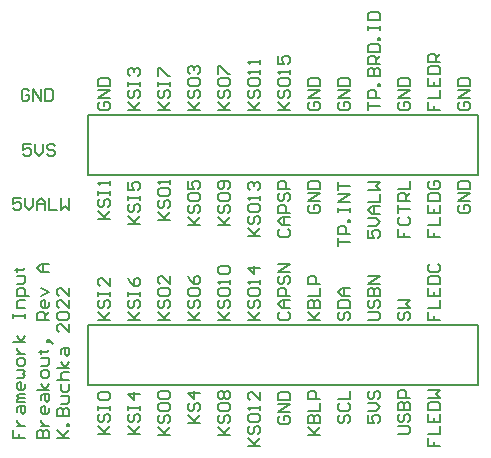
<source format=gto>
G04*
G04 #@! TF.GenerationSoftware,Altium Limited,Altium Designer,18.0.12 (696)*
G04*
G04 Layer_Color=65535*
%FSLAX25Y25*%
%MOIN*%
G70*
G01*
G75*
%ADD10C,0.00787*%
%ADD11C,0.00800*%
D10*
X305000Y275000D02*
Y295000D01*
X175000Y275000D02*
Y295000D01*
X305000D01*
X175000Y275000D02*
X305000D01*
Y205000D02*
Y225000D01*
X175000Y205000D02*
Y225000D01*
X305000D01*
X175000Y205000D02*
X305000D01*
D11*
X228201Y184800D02*
X232200D01*
X230867D01*
X228201Y187466D01*
X230201Y185467D01*
X232200Y187466D01*
X228868Y191464D02*
X228201Y190798D01*
Y189465D01*
X228868Y188799D01*
X229534D01*
X230201Y189465D01*
Y190798D01*
X230867Y191464D01*
X231534D01*
X232200Y190798D01*
Y189465D01*
X231534Y188799D01*
X228201Y194797D02*
Y193464D01*
X228868Y192797D01*
X231534D01*
X232200Y193464D01*
Y194797D01*
X231534Y195463D01*
X228868D01*
X228201Y194797D01*
X232200Y196796D02*
Y198129D01*
Y197463D01*
X228201D01*
X228868Y196796D01*
X232200Y202794D02*
Y200128D01*
X229534Y202794D01*
X228868D01*
X228201Y202128D01*
Y200795D01*
X228868Y200128D01*
X218201Y188300D02*
X222200D01*
X220867D01*
X218201Y190966D01*
X220201Y188967D01*
X222200Y190966D01*
X218868Y194965D02*
X218201Y194298D01*
Y192965D01*
X218868Y192299D01*
X219534D01*
X220201Y192965D01*
Y194298D01*
X220867Y194965D01*
X221534D01*
X222200Y194298D01*
Y192965D01*
X221534Y192299D01*
X218201Y198297D02*
Y196964D01*
X218868Y196297D01*
X221534D01*
X222200Y196964D01*
Y198297D01*
X221534Y198963D01*
X218868D01*
X218201Y198297D01*
X218868Y200296D02*
X218201Y200963D01*
Y202295D01*
X218868Y202962D01*
X219534D01*
X220201Y202295D01*
X220867Y202962D01*
X221534D01*
X222200Y202295D01*
Y200963D01*
X221534Y200296D01*
X220867D01*
X220201Y200963D01*
X219534Y200296D01*
X218868D01*
X220201Y200963D02*
Y202295D01*
X218201Y258300D02*
X222200D01*
X220867D01*
X218201Y260966D01*
X220201Y258966D01*
X222200Y260966D01*
X218868Y264965D02*
X218201Y264298D01*
Y262965D01*
X218868Y262299D01*
X219534D01*
X220201Y262965D01*
Y264298D01*
X220867Y264965D01*
X221534D01*
X222200Y264298D01*
Y262965D01*
X221534Y262299D01*
X218201Y268297D02*
Y266964D01*
X218868Y266297D01*
X221534D01*
X222200Y266964D01*
Y268297D01*
X221534Y268963D01*
X218868D01*
X218201Y268297D01*
X221534Y270296D02*
X222200Y270963D01*
Y272295D01*
X221534Y272962D01*
X218868D01*
X218201Y272295D01*
Y270963D01*
X218868Y270296D01*
X219534D01*
X220201Y270963D01*
Y272962D01*
X288201Y256966D02*
Y254300D01*
X290201D01*
Y255633D01*
Y254300D01*
X292200D01*
X288201Y258299D02*
X292200D01*
Y260964D01*
X288201Y264963D02*
Y262297D01*
X292200D01*
Y264963D01*
X290201Y262297D02*
Y263630D01*
X288201Y266296D02*
X292200D01*
Y268296D01*
X291534Y268962D01*
X288868D01*
X288201Y268296D01*
Y266296D01*
X288868Y272961D02*
X288201Y272294D01*
Y270961D01*
X288868Y270295D01*
X291534D01*
X292200Y270961D01*
Y272294D01*
X291534Y272961D01*
X290201D01*
Y271628D01*
X208201Y192299D02*
X212200D01*
X210867D01*
X208201Y194965D01*
X210201Y192965D01*
X212200Y194965D01*
X208868Y198963D02*
X208201Y198297D01*
Y196964D01*
X208868Y196297D01*
X209534D01*
X210201Y196964D01*
Y198297D01*
X210867Y198963D01*
X211534D01*
X212200Y198297D01*
Y196964D01*
X211534Y196297D01*
X212200Y202295D02*
X208201D01*
X210201Y200296D01*
Y202962D01*
X228201Y254800D02*
X232200D01*
X230867D01*
X228201Y257466D01*
X230201Y255466D01*
X232200Y257466D01*
X228868Y261465D02*
X228201Y260798D01*
Y259465D01*
X228868Y258799D01*
X229534D01*
X230201Y259465D01*
Y260798D01*
X230867Y261465D01*
X231534D01*
X232200Y260798D01*
Y259465D01*
X231534Y258799D01*
X228201Y264797D02*
Y263464D01*
X228868Y262797D01*
X231534D01*
X232200Y263464D01*
Y264797D01*
X231534Y265463D01*
X228868D01*
X228201Y264797D01*
X232200Y266796D02*
Y268129D01*
Y267463D01*
X228201D01*
X228868Y266796D01*
Y270128D02*
X228201Y270795D01*
Y272128D01*
X228868Y272794D01*
X229534D01*
X230201Y272128D01*
Y271461D01*
Y272128D01*
X230867Y272794D01*
X231534D01*
X232200Y272128D01*
Y270795D01*
X231534Y270128D01*
X248201Y226800D02*
X252200D01*
X250867D01*
X248201Y229466D01*
X250201Y227466D01*
X252200Y229466D01*
X248201Y230799D02*
X252200D01*
Y232798D01*
X251534Y233465D01*
X250867D01*
X250201Y232798D01*
Y230799D01*
Y232798D01*
X249534Y233465D01*
X248868D01*
X248201Y232798D01*
Y230799D01*
Y234797D02*
X252200D01*
Y237463D01*
Y238796D02*
X248201D01*
Y240795D01*
X248868Y241462D01*
X250201D01*
X250867Y240795D01*
Y238796D01*
X298868Y264966D02*
X298201Y264299D01*
Y262966D01*
X298868Y262300D01*
X301534D01*
X302200Y262966D01*
Y264299D01*
X301534Y264966D01*
X300201D01*
Y263633D01*
X302200Y266299D02*
X298201D01*
X302200Y268965D01*
X298201D01*
Y270297D02*
X302200D01*
Y272297D01*
X301534Y272963D01*
X298868D01*
X298201Y272297D01*
Y270297D01*
X268201Y256796D02*
Y254130D01*
X270201D01*
X269534Y255463D01*
Y256129D01*
X270201Y256796D01*
X271534D01*
X272200Y256129D01*
Y254796D01*
X271534Y254130D01*
X268201Y258128D02*
X270867D01*
X272200Y259461D01*
X270867Y260794D01*
X268201D01*
X272200Y262127D02*
X269534D01*
X268201Y263460D01*
X269534Y264793D01*
X272200D01*
X270201D01*
Y262127D01*
X268201Y266126D02*
X272200D01*
Y268792D01*
X268201Y270125D02*
X272200D01*
X270867Y271457D01*
X272200Y272790D01*
X268201D01*
X278201Y188800D02*
X281534D01*
X282200Y189467D01*
Y190799D01*
X281534Y191466D01*
X278201D01*
X278868Y195465D02*
X278201Y194798D01*
Y193465D01*
X278868Y192799D01*
X279534D01*
X280201Y193465D01*
Y194798D01*
X280867Y195465D01*
X281534D01*
X282200Y194798D01*
Y193465D01*
X281534Y192799D01*
X278201Y196797D02*
X282200D01*
Y198797D01*
X281534Y199463D01*
X280867D01*
X280201Y198797D01*
Y196797D01*
Y198797D01*
X279534Y199463D01*
X278868D01*
X278201Y198797D01*
Y196797D01*
X282200Y200796D02*
X278201D01*
Y202796D01*
X278868Y203462D01*
X280201D01*
X280867Y202796D01*
Y200796D01*
X198201Y259966D02*
X202200D01*
X200867D01*
X198201Y262632D01*
X200201Y260633D01*
X202200Y262632D01*
X198868Y266631D02*
X198201Y265965D01*
Y264632D01*
X198868Y263965D01*
X199534D01*
X200201Y264632D01*
Y265965D01*
X200867Y266631D01*
X201534D01*
X202200Y265965D01*
Y264632D01*
X201534Y263965D01*
X198201Y269963D02*
Y268630D01*
X198868Y267964D01*
X201534D01*
X202200Y268630D01*
Y269963D01*
X201534Y270630D01*
X198868D01*
X198201Y269963D01*
X202200Y271963D02*
Y273295D01*
Y272629D01*
X198201D01*
X198868Y271963D01*
X268201Y194966D02*
Y192300D01*
X270201D01*
X269534Y193633D01*
Y194299D01*
X270201Y194966D01*
X271534D01*
X272200Y194299D01*
Y192966D01*
X271534Y192300D01*
X268201Y196299D02*
X270867D01*
X272200Y197632D01*
X270867Y198965D01*
X268201D01*
X268868Y202963D02*
X268201Y202297D01*
Y200964D01*
X268868Y200297D01*
X269534D01*
X270201Y200964D01*
Y202297D01*
X270867Y202963D01*
X271534D01*
X272200Y202297D01*
Y200964D01*
X271534Y200297D01*
X238201Y296800D02*
X242200D01*
X240867D01*
X238201Y299466D01*
X240201Y297466D01*
X242200Y299466D01*
X238868Y303465D02*
X238201Y302798D01*
Y301465D01*
X238868Y300799D01*
X239534D01*
X240201Y301465D01*
Y302798D01*
X240867Y303465D01*
X241534D01*
X242200Y302798D01*
Y301465D01*
X241534Y300799D01*
X238201Y306797D02*
Y305464D01*
X238868Y304797D01*
X241534D01*
X242200Y305464D01*
Y306797D01*
X241534Y307463D01*
X238868D01*
X238201Y306797D01*
X242200Y308796D02*
Y310129D01*
Y309463D01*
X238201D01*
X238868Y308796D01*
X238201Y314794D02*
Y312128D01*
X240201D01*
X239534Y313461D01*
Y314128D01*
X240201Y314794D01*
X241534D01*
X242200Y314128D01*
Y312795D01*
X241534Y312128D01*
X268201Y226800D02*
X271534D01*
X272200Y227466D01*
Y228799D01*
X271534Y229466D01*
X268201D01*
X268868Y233465D02*
X268201Y232798D01*
Y231465D01*
X268868Y230799D01*
X269534D01*
X270201Y231465D01*
Y232798D01*
X270867Y233465D01*
X271534D01*
X272200Y232798D01*
Y231465D01*
X271534Y230799D01*
X268201Y234797D02*
X272200D01*
Y236797D01*
X271534Y237463D01*
X270867D01*
X270201Y236797D01*
Y234797D01*
Y236797D01*
X269534Y237463D01*
X268868D01*
X268201Y236797D01*
Y234797D01*
X272200Y238796D02*
X268201D01*
X272200Y241462D01*
X268201D01*
X188201Y296800D02*
X192200D01*
X190867D01*
X188201Y299466D01*
X190201Y297466D01*
X192200Y299466D01*
X188868Y303465D02*
X188201Y302798D01*
Y301465D01*
X188868Y300799D01*
X189534D01*
X190201Y301465D01*
Y302798D01*
X190867Y303465D01*
X191534D01*
X192200Y302798D01*
Y301465D01*
X191534Y300799D01*
X188201Y304797D02*
Y306130D01*
Y305464D01*
X192200D01*
Y304797D01*
Y306130D01*
X188868Y308130D02*
X188201Y308796D01*
Y310129D01*
X188868Y310795D01*
X189534D01*
X190201Y310129D01*
Y309463D01*
Y310129D01*
X190867Y310795D01*
X191534D01*
X192200Y310129D01*
Y308796D01*
X191534Y308130D01*
X228201Y296800D02*
X232200D01*
X230867D01*
X228201Y299466D01*
X230201Y297466D01*
X232200Y299466D01*
X228868Y303465D02*
X228201Y302798D01*
Y301465D01*
X228868Y300799D01*
X229534D01*
X230201Y301465D01*
Y302798D01*
X230867Y303465D01*
X231534D01*
X232200Y302798D01*
Y301465D01*
X231534Y300799D01*
X228201Y306797D02*
Y305464D01*
X228868Y304797D01*
X231534D01*
X232200Y305464D01*
Y306797D01*
X231534Y307463D01*
X228868D01*
X228201Y306797D01*
X232200Y308796D02*
Y310129D01*
Y309463D01*
X228201D01*
X228868Y308796D01*
X232200Y312128D02*
Y313461D01*
Y312795D01*
X228201D01*
X228868Y312128D01*
X238868Y256966D02*
X238201Y256299D01*
Y254966D01*
X238868Y254300D01*
X241534D01*
X242200Y254966D01*
Y256299D01*
X241534Y256966D01*
X242200Y258299D02*
X239534D01*
X238201Y259632D01*
X239534Y260964D01*
X242200D01*
X240201D01*
Y258299D01*
X242200Y262297D02*
X238201D01*
Y264297D01*
X238868Y264963D01*
X240201D01*
X240867Y264297D01*
Y262297D01*
X238868Y268962D02*
X238201Y268296D01*
Y266963D01*
X238868Y266296D01*
X239534D01*
X240201Y266963D01*
Y268296D01*
X240867Y268962D01*
X241534D01*
X242200Y268296D01*
Y266963D01*
X241534Y266296D01*
X242200Y270295D02*
X238201D01*
Y272294D01*
X238868Y272961D01*
X240201D01*
X240867Y272294D01*
Y270295D01*
X288201Y299466D02*
Y296800D01*
X290201D01*
Y298133D01*
Y296800D01*
X292200D01*
X288201Y300799D02*
X292200D01*
Y303465D01*
X288201Y307463D02*
Y304797D01*
X292200D01*
Y307463D01*
X290201Y304797D02*
Y306130D01*
X288201Y308796D02*
X292200D01*
Y310795D01*
X291534Y311462D01*
X288868D01*
X288201Y310795D01*
Y308796D01*
X292200Y312795D02*
X288201D01*
Y314794D01*
X288868Y315461D01*
X290201D01*
X290867Y314794D01*
Y312795D01*
Y314128D02*
X292200Y315461D01*
X298868Y299466D02*
X298201Y298799D01*
Y297466D01*
X298868Y296800D01*
X301534D01*
X302200Y297466D01*
Y298799D01*
X301534Y299466D01*
X300201D01*
Y298133D01*
X302200Y300799D02*
X298201D01*
X302200Y303465D01*
X298201D01*
Y304797D02*
X302200D01*
Y306797D01*
X301534Y307463D01*
X298868D01*
X298201Y306797D01*
Y304797D01*
X278201Y256964D02*
Y254299D01*
X280201D01*
Y255632D01*
Y254299D01*
X282200D01*
X278868Y260963D02*
X278201Y260297D01*
Y258964D01*
X278868Y258297D01*
X281534D01*
X282200Y258964D01*
Y260297D01*
X281534Y260963D01*
X278201Y262296D02*
Y264962D01*
Y263629D01*
X282200D01*
Y266295D02*
X278201D01*
Y268294D01*
X278868Y268961D01*
X280201D01*
X280867Y268294D01*
Y266295D01*
Y267628D02*
X282200Y268961D01*
X278201Y270294D02*
X282200D01*
Y272959D01*
X288201Y229466D02*
Y226800D01*
X290201D01*
Y228133D01*
Y226800D01*
X292200D01*
X288201Y230799D02*
X292200D01*
Y233465D01*
X288201Y237463D02*
Y234797D01*
X292200D01*
Y237463D01*
X290201Y234797D02*
Y236130D01*
X288201Y238796D02*
X292200D01*
Y240795D01*
X291534Y241462D01*
X288868D01*
X288201Y240795D01*
Y238796D01*
X288868Y245461D02*
X288201Y244794D01*
Y243461D01*
X288868Y242795D01*
X291534D01*
X292200Y243461D01*
Y244794D01*
X291534Y245461D01*
X149932Y189966D02*
Y187300D01*
X151931D01*
Y188633D01*
Y187300D01*
X153930D01*
X151264Y191299D02*
X153930D01*
X152597D01*
X151931Y191965D01*
X151264Y192632D01*
Y193298D01*
Y195964D02*
Y197297D01*
X151931Y197963D01*
X153930D01*
Y195964D01*
X153264Y195297D01*
X152597Y195964D01*
Y197963D01*
X153930Y199296D02*
X151264D01*
Y199963D01*
X151931Y200629D01*
X153930D01*
X151931D01*
X151264Y201295D01*
X151931Y201962D01*
X153930D01*
Y205294D02*
Y203961D01*
X153264Y203295D01*
X151931D01*
X151264Y203961D01*
Y205294D01*
X151931Y205961D01*
X152597D01*
Y203295D01*
X151264Y207294D02*
X153264D01*
X153930Y207960D01*
X153264Y208627D01*
X153930Y209293D01*
X153264Y209959D01*
X151264D01*
X153930Y211959D02*
Y213292D01*
X153264Y213958D01*
X151931D01*
X151264Y213292D01*
Y211959D01*
X151931Y211292D01*
X153264D01*
X153930Y211959D01*
X151264Y215291D02*
X153930D01*
X152597D01*
X151931Y215957D01*
X151264Y216624D01*
Y217290D01*
X153930Y219290D02*
X149932D01*
X152597D02*
X151264Y221289D01*
X152597Y219290D02*
X153930Y221289D01*
X149932Y227287D02*
Y228620D01*
Y227954D01*
X153930D01*
Y227287D01*
Y228620D01*
Y230619D02*
X151264D01*
Y232619D01*
X151931Y233285D01*
X153930D01*
X155263Y234618D02*
X151264D01*
Y236617D01*
X151931Y237284D01*
X153264D01*
X153930Y236617D01*
Y234618D01*
X151264Y238617D02*
X153264D01*
X153930Y239283D01*
Y241283D01*
X151264D01*
X150598Y243282D02*
X151264D01*
Y242616D01*
Y243948D01*
Y243282D01*
X153264D01*
X153930Y243948D01*
X157983Y187300D02*
X161981D01*
Y189299D01*
X161315Y189966D01*
X160649D01*
X159982Y189299D01*
Y187300D01*
Y189299D01*
X159316Y189966D01*
X158649D01*
X157983Y189299D01*
Y187300D01*
X159316Y191299D02*
X161981D01*
X160649D01*
X159982Y191965D01*
X159316Y192632D01*
Y193298D01*
X161981Y197297D02*
Y195964D01*
X161315Y195297D01*
X159982D01*
X159316Y195964D01*
Y197297D01*
X159982Y197963D01*
X160649D01*
Y195297D01*
X159316Y199963D02*
Y201295D01*
X159982Y201962D01*
X161981D01*
Y199963D01*
X161315Y199296D01*
X160649Y199963D01*
Y201962D01*
X161981Y203295D02*
X157983D01*
X160649D02*
X159316Y205294D01*
X160649Y203295D02*
X161981Y205294D01*
Y207960D02*
Y209293D01*
X161315Y209959D01*
X159982D01*
X159316Y209293D01*
Y207960D01*
X159982Y207294D01*
X161315D01*
X161981Y207960D01*
X159316Y211292D02*
X161315D01*
X161981Y211959D01*
Y213958D01*
X159316D01*
X158649Y215957D02*
X159316D01*
Y215291D01*
Y216624D01*
Y215957D01*
X161315D01*
X161981Y216624D01*
X162648Y219290D02*
X161981Y219956D01*
X161315D01*
Y219290D01*
X161981D01*
Y219956D01*
X162648Y219290D01*
X163314Y218623D01*
X161981Y226621D02*
X157983D01*
Y228620D01*
X158649Y229287D01*
X159982D01*
X160649Y228620D01*
Y226621D01*
Y227954D02*
X161981Y229287D01*
Y232619D02*
Y231286D01*
X161315Y230619D01*
X159982D01*
X159316Y231286D01*
Y232619D01*
X159982Y233285D01*
X160649D01*
Y230619D01*
X159316Y234618D02*
X161981Y235951D01*
X159316Y237284D01*
X161981Y242616D02*
X159316D01*
X157983Y243948D01*
X159316Y245281D01*
X161981D01*
X159982D01*
Y242616D01*
X164701Y187300D02*
X168700D01*
X167367D01*
X164701Y189966D01*
X166701Y187967D01*
X168700Y189966D01*
Y191299D02*
X168034D01*
Y191965D01*
X168700D01*
Y191299D01*
X164701Y194631D02*
X168700D01*
Y196630D01*
X168034Y197297D01*
X167367D01*
X166701Y196630D01*
Y194631D01*
Y196630D01*
X166034Y197297D01*
X165368D01*
X164701Y196630D01*
Y194631D01*
X166034Y198630D02*
X168034D01*
X168700Y199296D01*
Y201295D01*
X166034D01*
Y205294D02*
Y203295D01*
X166701Y202628D01*
X168034D01*
X168700Y203295D01*
Y205294D01*
X164701Y206627D02*
X168700D01*
X166701D01*
X166034Y207294D01*
Y208627D01*
X166701Y209293D01*
X168700D01*
Y210626D02*
X164701D01*
X167367D02*
X166034Y212625D01*
X167367Y210626D02*
X168700Y212625D01*
X166034Y215291D02*
Y216624D01*
X166701Y217290D01*
X168700D01*
Y215291D01*
X168034Y214625D01*
X167367Y215291D01*
Y217290D01*
X168700Y225288D02*
Y222622D01*
X166034Y225288D01*
X165368D01*
X164701Y224621D01*
Y223288D01*
X165368Y222622D01*
Y226621D02*
X164701Y227287D01*
Y228620D01*
X165368Y229287D01*
X168034D01*
X168700Y228620D01*
Y227287D01*
X168034Y226621D01*
X165368D01*
X168700Y233285D02*
Y230619D01*
X166034Y233285D01*
X165368D01*
X164701Y232619D01*
Y231286D01*
X165368Y230619D01*
X168700Y237284D02*
Y234618D01*
X166034Y237284D01*
X165368D01*
X164701Y236617D01*
Y235284D01*
X165368Y234618D01*
X258868Y229466D02*
X258201Y228799D01*
Y227466D01*
X258868Y226800D01*
X259534D01*
X260201Y227466D01*
Y228799D01*
X260867Y229466D01*
X261534D01*
X262200Y228799D01*
Y227466D01*
X261534Y226800D01*
X258201Y230799D02*
X262200D01*
Y232798D01*
X261534Y233465D01*
X258868D01*
X258201Y232798D01*
Y230799D01*
X262200Y234797D02*
X259534D01*
X258201Y236130D01*
X259534Y237463D01*
X262200D01*
X260201D01*
Y234797D01*
X278868Y229466D02*
X278201Y228799D01*
Y227466D01*
X278868Y226800D01*
X279534D01*
X280201Y227466D01*
Y228799D01*
X280867Y229466D01*
X281534D01*
X282200Y228799D01*
Y227466D01*
X281534Y226800D01*
X278201Y230799D02*
X282200D01*
X280867Y232132D01*
X282200Y233465D01*
X278201D01*
X258868Y194966D02*
X258201Y194299D01*
Y192966D01*
X258868Y192300D01*
X259534D01*
X260201Y192966D01*
Y194299D01*
X260867Y194966D01*
X261534D01*
X262200Y194299D01*
Y192966D01*
X261534Y192300D01*
X258868Y198965D02*
X258201Y198298D01*
Y196965D01*
X258868Y196299D01*
X261534D01*
X262200Y196965D01*
Y198298D01*
X261534Y198965D01*
X258201Y200297D02*
X262200D01*
Y202963D01*
X208201Y296800D02*
X212200D01*
X210867D01*
X208201Y299466D01*
X210201Y297466D01*
X212200Y299466D01*
X208868Y303465D02*
X208201Y302798D01*
Y301465D01*
X208868Y300799D01*
X209534D01*
X210201Y301465D01*
Y302798D01*
X210867Y303465D01*
X211534D01*
X212200Y302798D01*
Y301465D01*
X211534Y300799D01*
X208201Y306797D02*
Y305464D01*
X208868Y304797D01*
X211534D01*
X212200Y305464D01*
Y306797D01*
X211534Y307463D01*
X208868D01*
X208201Y306797D01*
X208868Y308796D02*
X208201Y309463D01*
Y310795D01*
X208868Y311462D01*
X209534D01*
X210201Y310795D01*
Y310129D01*
Y310795D01*
X210867Y311462D01*
X211534D01*
X212200Y310795D01*
Y309463D01*
X211534Y308796D01*
X228201Y226800D02*
X232200D01*
X230867D01*
X228201Y229466D01*
X230201Y227466D01*
X232200Y229466D01*
X228868Y233465D02*
X228201Y232798D01*
Y231465D01*
X228868Y230799D01*
X229534D01*
X230201Y231465D01*
Y232798D01*
X230867Y233465D01*
X231534D01*
X232200Y232798D01*
Y231465D01*
X231534Y230799D01*
X228201Y236797D02*
Y235464D01*
X228868Y234797D01*
X231534D01*
X232200Y235464D01*
Y236797D01*
X231534Y237463D01*
X228868D01*
X228201Y236797D01*
X232200Y238796D02*
Y240129D01*
Y239463D01*
X228201D01*
X228868Y238796D01*
X232200Y244128D02*
X228201D01*
X230201Y242128D01*
Y244794D01*
X288201Y187466D02*
Y184800D01*
X290201D01*
Y186133D01*
Y184800D01*
X292200D01*
X288201Y188799D02*
X292200D01*
Y191464D01*
X288201Y195463D02*
Y192797D01*
X292200D01*
Y195463D01*
X290201Y192797D02*
Y194130D01*
X288201Y196796D02*
X292200D01*
Y198795D01*
X291534Y199462D01*
X288868D01*
X288201Y198795D01*
Y196796D01*
Y200795D02*
X292200D01*
X290867Y202128D01*
X292200Y203461D01*
X288201D01*
X208201Y226800D02*
X212200D01*
X210867D01*
X208201Y229466D01*
X210201Y227466D01*
X212200Y229466D01*
X208868Y233465D02*
X208201Y232798D01*
Y231465D01*
X208868Y230799D01*
X209534D01*
X210201Y231465D01*
Y232798D01*
X210867Y233465D01*
X211534D01*
X212200Y232798D01*
Y231465D01*
X211534Y230799D01*
X208201Y236797D02*
Y235464D01*
X208868Y234797D01*
X211534D01*
X212200Y235464D01*
Y236797D01*
X211534Y237463D01*
X208868D01*
X208201Y236797D01*
Y241462D02*
X208868Y240129D01*
X210201Y238796D01*
X211534D01*
X212200Y239463D01*
Y240795D01*
X211534Y241462D01*
X210867D01*
X210201Y240795D01*
Y238796D01*
X198201Y296800D02*
X202200D01*
X200867D01*
X198201Y299466D01*
X200201Y297466D01*
X202200Y299466D01*
X198868Y303465D02*
X198201Y302798D01*
Y301465D01*
X198868Y300799D01*
X199534D01*
X200201Y301465D01*
Y302798D01*
X200867Y303465D01*
X201534D01*
X202200Y302798D01*
Y301465D01*
X201534Y300799D01*
X198201Y304797D02*
Y306130D01*
Y305464D01*
X202200D01*
Y304797D01*
Y306130D01*
X198201Y308130D02*
Y310795D01*
X198868D01*
X201534Y308130D01*
X202200D01*
X218201Y226800D02*
X222200D01*
X220867D01*
X218201Y229466D01*
X220201Y227466D01*
X222200Y229466D01*
X218868Y233465D02*
X218201Y232798D01*
Y231465D01*
X218868Y230799D01*
X219534D01*
X220201Y231465D01*
Y232798D01*
X220867Y233465D01*
X221534D01*
X222200Y232798D01*
Y231465D01*
X221534Y230799D01*
X218201Y236797D02*
Y235464D01*
X218868Y234797D01*
X221534D01*
X222200Y235464D01*
Y236797D01*
X221534Y237463D01*
X218868D01*
X218201Y236797D01*
X222200Y238796D02*
Y240129D01*
Y239463D01*
X218201D01*
X218868Y238796D01*
Y242128D02*
X218201Y242795D01*
Y244128D01*
X218868Y244794D01*
X221534D01*
X222200Y244128D01*
Y242795D01*
X221534Y242128D01*
X218868D01*
X248201Y188299D02*
X252200D01*
X250867D01*
X248201Y190964D01*
X250201Y188965D01*
X252200Y190964D01*
X248201Y192297D02*
X252200D01*
Y194297D01*
X251534Y194963D01*
X250867D01*
X250201Y194297D01*
Y192297D01*
Y194297D01*
X249534Y194963D01*
X248868D01*
X248201Y194297D01*
Y192297D01*
Y196296D02*
X252200D01*
Y198962D01*
Y200295D02*
X248201D01*
Y202294D01*
X248868Y202961D01*
X250201D01*
X250867Y202294D01*
Y200295D01*
X248868Y299466D02*
X248201Y298799D01*
Y297466D01*
X248868Y296800D01*
X251534D01*
X252200Y297466D01*
Y298799D01*
X251534Y299466D01*
X250201D01*
Y298133D01*
X252200Y300799D02*
X248201D01*
X252200Y303465D01*
X248201D01*
Y304797D02*
X252200D01*
Y306797D01*
X251534Y307463D01*
X248868D01*
X248201Y306797D01*
Y304797D01*
X248868Y264966D02*
X248201Y264299D01*
Y262966D01*
X248868Y262300D01*
X251534D01*
X252200Y262966D01*
Y264299D01*
X251534Y264966D01*
X250201D01*
Y263633D01*
X252200Y266299D02*
X248201D01*
X252200Y268965D01*
X248201D01*
Y270297D02*
X252200D01*
Y272297D01*
X251534Y272963D01*
X248868D01*
X248201Y272297D01*
Y270297D01*
X178201Y260300D02*
X182200D01*
X180867D01*
X178201Y262966D01*
X180201Y260966D01*
X182200Y262966D01*
X178868Y266965D02*
X178201Y266298D01*
Y264965D01*
X178868Y264299D01*
X179534D01*
X180201Y264965D01*
Y266298D01*
X180867Y266965D01*
X181534D01*
X182200Y266298D01*
Y264965D01*
X181534Y264299D01*
X178201Y268297D02*
Y269630D01*
Y268964D01*
X182200D01*
Y268297D01*
Y269630D01*
Y271630D02*
Y272963D01*
Y272296D01*
X178201D01*
X178868Y271630D01*
X152796Y267299D02*
X150130D01*
Y265299D01*
X151463Y265966D01*
X152129D01*
X152796Y265299D01*
Y263966D01*
X152129Y263300D01*
X150796D01*
X150130Y263966D01*
X154128Y267299D02*
Y264633D01*
X155461Y263300D01*
X156794Y264633D01*
Y267299D01*
X158127Y263300D02*
Y265966D01*
X159460Y267299D01*
X160793Y265966D01*
Y263300D01*
Y265299D01*
X158127D01*
X162126Y267299D02*
Y263300D01*
X164792D01*
X166124Y267299D02*
Y263300D01*
X167457Y264633D01*
X168790Y263300D01*
Y267299D01*
X155466Y303132D02*
X154799Y303799D01*
X153466D01*
X152800Y303132D01*
Y300466D01*
X153466Y299800D01*
X154799D01*
X155466Y300466D01*
Y301799D01*
X154133D01*
X156799Y299800D02*
Y303799D01*
X159465Y299800D01*
Y303799D01*
X160797D02*
Y299800D01*
X162797D01*
X163463Y300466D01*
Y303132D01*
X162797Y303799D01*
X160797D01*
X218201Y296800D02*
X222200D01*
X220867D01*
X218201Y299466D01*
X220201Y297466D01*
X222200Y299466D01*
X218868Y303465D02*
X218201Y302798D01*
Y301465D01*
X218868Y300799D01*
X219534D01*
X220201Y301465D01*
Y302798D01*
X220867Y303465D01*
X221534D01*
X222200Y302798D01*
Y301465D01*
X221534Y300799D01*
X218201Y306797D02*
Y305464D01*
X218868Y304797D01*
X221534D01*
X222200Y305464D01*
Y306797D01*
X221534Y307463D01*
X218868D01*
X218201Y306797D01*
Y308796D02*
Y311462D01*
X218868D01*
X221534Y308796D01*
X222200D01*
X268201Y296800D02*
Y299466D01*
Y298133D01*
X272200D01*
Y300799D02*
X268201D01*
Y302798D01*
X268868Y303465D01*
X270201D01*
X270867Y302798D01*
Y300799D01*
X272200Y304797D02*
X271534D01*
Y305464D01*
X272200D01*
Y304797D01*
X268201Y308130D02*
X272200D01*
Y310129D01*
X271534Y310795D01*
X270867D01*
X270201Y310129D01*
Y308130D01*
Y310129D01*
X269534Y310795D01*
X268868D01*
X268201Y310129D01*
Y308130D01*
X272200Y312128D02*
X268201D01*
Y314128D01*
X268868Y314794D01*
X270201D01*
X270867Y314128D01*
Y312128D01*
Y313461D02*
X272200Y314794D01*
X268201Y316127D02*
X272200D01*
Y318127D01*
X271534Y318793D01*
X268868D01*
X268201Y318127D01*
Y316127D01*
X272200Y320126D02*
X271534D01*
Y320792D01*
X272200D01*
Y320126D01*
X268201Y323458D02*
Y324791D01*
Y324125D01*
X272200D01*
Y323458D01*
Y324791D01*
X268201Y326790D02*
X272200D01*
Y328790D01*
X271534Y329456D01*
X268868D01*
X268201Y328790D01*
Y326790D01*
X198201Y226800D02*
X202200D01*
X200867D01*
X198201Y229466D01*
X200201Y227466D01*
X202200Y229466D01*
X198868Y233465D02*
X198201Y232798D01*
Y231465D01*
X198868Y230799D01*
X199534D01*
X200201Y231465D01*
Y232798D01*
X200867Y233465D01*
X201534D01*
X202200Y232798D01*
Y231465D01*
X201534Y230799D01*
X198201Y236797D02*
Y235464D01*
X198868Y234797D01*
X201534D01*
X202200Y235464D01*
Y236797D01*
X201534Y237463D01*
X198868D01*
X198201Y236797D01*
X202200Y241462D02*
Y238796D01*
X199534Y241462D01*
X198868D01*
X198201Y240795D01*
Y239463D01*
X198868Y238796D01*
X238868Y194797D02*
X238201Y194130D01*
Y192797D01*
X238868Y192131D01*
X241534D01*
X242200Y192797D01*
Y194130D01*
X241534Y194797D01*
X240201D01*
Y193464D01*
X242200Y196130D02*
X238201D01*
X242200Y198795D01*
X238201D01*
Y200128D02*
X242200D01*
Y202128D01*
X241534Y202794D01*
X238868D01*
X238201Y202128D01*
Y200128D01*
X178201Y188800D02*
X182200D01*
X180867D01*
X178201Y191466D01*
X180201Y189467D01*
X182200Y191466D01*
X178868Y195465D02*
X178201Y194798D01*
Y193465D01*
X178868Y192799D01*
X179534D01*
X180201Y193465D01*
Y194798D01*
X180867Y195465D01*
X181534D01*
X182200Y194798D01*
Y193465D01*
X181534Y192799D01*
X178201Y196797D02*
Y198130D01*
Y197464D01*
X182200D01*
Y196797D01*
Y198130D01*
X178868Y200130D02*
X178201Y200796D01*
Y202129D01*
X178868Y202796D01*
X181534D01*
X182200Y202129D01*
Y200796D01*
X181534Y200130D01*
X178868D01*
X178201Y226800D02*
X182200D01*
X180867D01*
X178201Y229466D01*
X180201Y227466D01*
X182200Y229466D01*
X178868Y233465D02*
X178201Y232798D01*
Y231465D01*
X178868Y230799D01*
X179534D01*
X180201Y231465D01*
Y232798D01*
X180867Y233465D01*
X181534D01*
X182200Y232798D01*
Y231465D01*
X181534Y230799D01*
X178201Y234797D02*
Y236130D01*
Y235464D01*
X182200D01*
Y234797D01*
Y236130D01*
Y240795D02*
Y238130D01*
X179534Y240795D01*
X178868D01*
X178201Y240129D01*
Y238796D01*
X178868Y238130D01*
X238868Y229466D02*
X238201Y228799D01*
Y227466D01*
X238868Y226800D01*
X241534D01*
X242200Y227466D01*
Y228799D01*
X241534Y229466D01*
X242200Y230799D02*
X239534D01*
X238201Y232132D01*
X239534Y233465D01*
X242200D01*
X240201D01*
Y230799D01*
X242200Y234797D02*
X238201D01*
Y236797D01*
X238868Y237463D01*
X240201D01*
X240867Y236797D01*
Y234797D01*
X238868Y241462D02*
X238201Y240795D01*
Y239463D01*
X238868Y238796D01*
X239534D01*
X240201Y239463D01*
Y240795D01*
X240867Y241462D01*
X241534D01*
X242200Y240795D01*
Y239463D01*
X241534Y238796D01*
X242200Y242795D02*
X238201D01*
X242200Y245461D01*
X238201D01*
X198201Y188300D02*
X202200D01*
X200867D01*
X198201Y190966D01*
X200201Y188967D01*
X202200Y190966D01*
X198868Y194965D02*
X198201Y194298D01*
Y192965D01*
X198868Y192299D01*
X199534D01*
X200201Y192965D01*
Y194298D01*
X200867Y194965D01*
X201534D01*
X202200Y194298D01*
Y192965D01*
X201534Y192299D01*
X198201Y198297D02*
Y196964D01*
X198868Y196297D01*
X201534D01*
X202200Y196964D01*
Y198297D01*
X201534Y198963D01*
X198868D01*
X198201Y198297D01*
X198868Y200296D02*
X198201Y200963D01*
Y202295D01*
X198868Y202962D01*
X201534D01*
X202200Y202295D01*
Y200963D01*
X201534Y200296D01*
X198868D01*
X188201Y188800D02*
X192200D01*
X190867D01*
X188201Y191466D01*
X190201Y189467D01*
X192200Y191466D01*
X188868Y195465D02*
X188201Y194798D01*
Y193465D01*
X188868Y192799D01*
X189534D01*
X190201Y193465D01*
Y194798D01*
X190867Y195465D01*
X191534D01*
X192200Y194798D01*
Y193465D01*
X191534Y192799D01*
X188201Y196797D02*
Y198130D01*
Y197464D01*
X192200D01*
Y196797D01*
Y198130D01*
Y202129D02*
X188201D01*
X190201Y200130D01*
Y202796D01*
X258868Y299466D02*
X258201Y298799D01*
Y297466D01*
X258868Y296800D01*
X261534D01*
X262200Y297466D01*
Y298799D01*
X261534Y299466D01*
X260201D01*
Y298133D01*
X262200Y300799D02*
X258201D01*
X262200Y303465D01*
X258201D01*
Y304797D02*
X262200D01*
Y306797D01*
X261534Y307463D01*
X258868D01*
X258201Y306797D01*
Y304797D01*
X178868Y299466D02*
X178201Y298799D01*
Y297466D01*
X178868Y296800D01*
X181534D01*
X182200Y297466D01*
Y298799D01*
X181534Y299466D01*
X180201D01*
Y298133D01*
X182200Y300799D02*
X178201D01*
X182200Y303465D01*
X178201D01*
Y304797D02*
X182200D01*
Y306797D01*
X181534Y307463D01*
X178868D01*
X178201Y306797D01*
Y304797D01*
X155966Y285299D02*
X153300D01*
Y283299D01*
X154633Y283966D01*
X155299D01*
X155966Y283299D01*
Y281966D01*
X155299Y281300D01*
X153966D01*
X153300Y281966D01*
X157299Y285299D02*
Y282633D01*
X158632Y281300D01*
X159965Y282633D01*
Y285299D01*
X163963Y284632D02*
X163297Y285299D01*
X161964D01*
X161297Y284632D01*
Y283966D01*
X161964Y283299D01*
X163297D01*
X163963Y282633D01*
Y281966D01*
X163297Y281300D01*
X161964D01*
X161297Y281966D01*
X188201Y258800D02*
X192200D01*
X190867D01*
X188201Y261466D01*
X190201Y259466D01*
X192200Y261466D01*
X188868Y265464D02*
X188201Y264798D01*
Y263465D01*
X188868Y262799D01*
X189534D01*
X190201Y263465D01*
Y264798D01*
X190867Y265464D01*
X191534D01*
X192200Y264798D01*
Y263465D01*
X191534Y262799D01*
X188201Y266797D02*
Y268130D01*
Y267464D01*
X192200D01*
Y266797D01*
Y268130D01*
X188201Y272796D02*
Y270130D01*
X190201D01*
X189534Y271463D01*
Y272129D01*
X190201Y272796D01*
X191534D01*
X192200Y272129D01*
Y270796D01*
X191534Y270130D01*
X188201Y226800D02*
X192200D01*
X190867D01*
X188201Y229466D01*
X190201Y227466D01*
X192200Y229466D01*
X188868Y233465D02*
X188201Y232798D01*
Y231465D01*
X188868Y230799D01*
X189534D01*
X190201Y231465D01*
Y232798D01*
X190867Y233465D01*
X191534D01*
X192200Y232798D01*
Y231465D01*
X191534Y230799D01*
X188201Y234797D02*
Y236130D01*
Y235464D01*
X192200D01*
Y234797D01*
Y236130D01*
X188201Y240795D02*
X188868Y239463D01*
X190201Y238130D01*
X191534D01*
X192200Y238796D01*
Y240129D01*
X191534Y240795D01*
X190867D01*
X190201Y240129D01*
Y238130D01*
X258201Y251466D02*
Y254132D01*
Y252799D01*
X262200D01*
Y255465D02*
X258201D01*
Y257465D01*
X258868Y258131D01*
X260201D01*
X260867Y257465D01*
Y255465D01*
X262200Y259464D02*
X261534D01*
Y260130D01*
X262200D01*
Y259464D01*
X258201Y262796D02*
Y264129D01*
Y263463D01*
X262200D01*
Y262796D01*
Y264129D01*
Y266128D02*
X258201D01*
X262200Y268794D01*
X258201D01*
Y270127D02*
Y272793D01*
Y271460D01*
X262200D01*
X278868Y299466D02*
X278201Y298799D01*
Y297466D01*
X278868Y296800D01*
X281534D01*
X282200Y297466D01*
Y298799D01*
X281534Y299466D01*
X280201D01*
Y298133D01*
X282200Y300799D02*
X278201D01*
X282200Y303465D01*
X278201D01*
Y304797D02*
X282200D01*
Y306797D01*
X281534Y307463D01*
X278868D01*
X278201Y306797D01*
Y304797D01*
X208201Y258300D02*
X212200D01*
X210867D01*
X208201Y260966D01*
X210201Y258966D01*
X212200Y260966D01*
X208868Y264965D02*
X208201Y264298D01*
Y262965D01*
X208868Y262299D01*
X209534D01*
X210201Y262965D01*
Y264298D01*
X210867Y264965D01*
X211534D01*
X212200Y264298D01*
Y262965D01*
X211534Y262299D01*
X208201Y268297D02*
Y266964D01*
X208868Y266297D01*
X211534D01*
X212200Y266964D01*
Y268297D01*
X211534Y268963D01*
X208868D01*
X208201Y268297D01*
Y272962D02*
Y270296D01*
X210201D01*
X209534Y271629D01*
Y272295D01*
X210201Y272962D01*
X211534D01*
X212200Y272295D01*
Y270963D01*
X211534Y270296D01*
M02*

</source>
